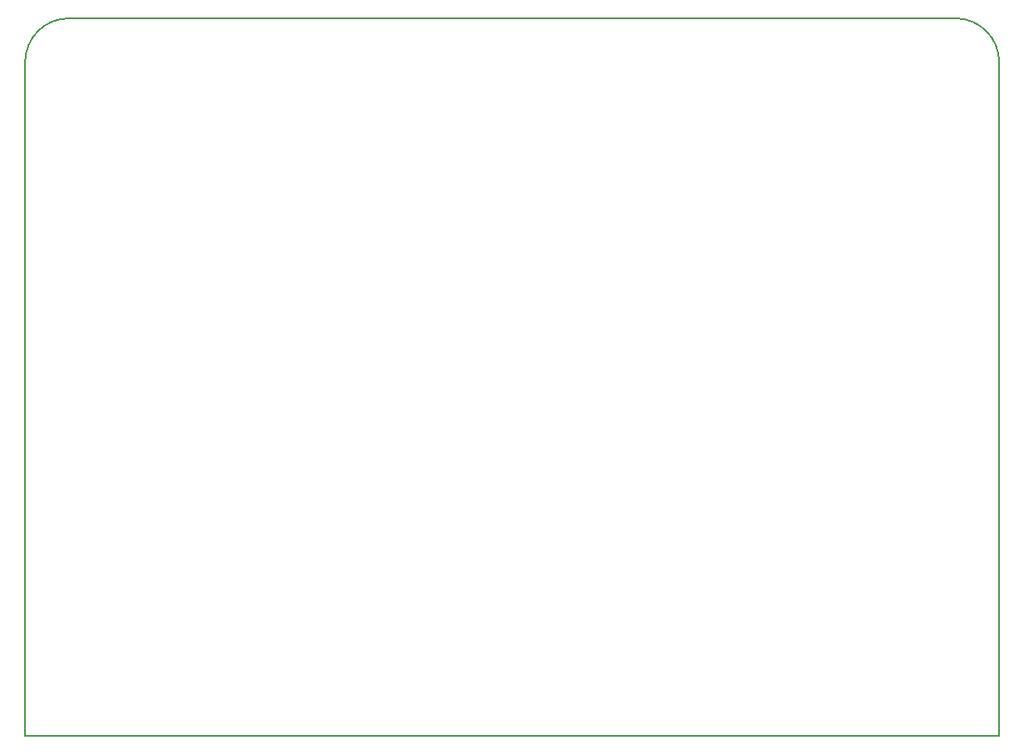
<source format=gm1>
G04 #@! TF.FileFunction,Profile,NP*
%FSLAX46Y46*%
G04 Gerber Fmt 4.6, Leading zero omitted, Abs format (unit mm)*
G04 Created by KiCad (PCBNEW 4.0.7) date 01/07/20 16:11:13*
%MOMM*%
%LPD*%
G01*
G04 APERTURE LIST*
%ADD10C,0.100000*%
%ADD11C,0.150000*%
G04 APERTURE END LIST*
D10*
D11*
X199390000Y-75565000D02*
X199390000Y-144145000D01*
X100330000Y-144145000D02*
X100330000Y-75565000D01*
X100330000Y-144145000D02*
X199390000Y-144145000D01*
X104775000Y-71120000D02*
X194945000Y-71120000D01*
X104775000Y-71120000D02*
G75*
G03X100330000Y-75565000I0J-4445000D01*
G01*
X199390000Y-75565000D02*
G75*
G03X194945000Y-71120000I-4445000J0D01*
G01*
M02*

</source>
